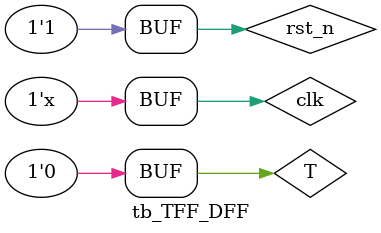
<source format=sv>
module sim;

    initial begin
        $dumpfile("dump.vcd");
        $dumpvars;
        #50
        $finish;
    end

endmodule

module tb_TFF_DFF;

    reg T, clk, rst_n;
    wire Q;

    TFF_DFF tff(.t(T), .clk(clk), .rst_n(rst_n), .q(Q));

    always #5 clk = ~clk;

    initial begin
        clk = 1'b0;
        rst_n = 1'b1;
        T = 1'b0;
        #8
        rst_n = 1'b0;
        #5
        rst_n = 1'b1;
        #20
        T = 1'b1;
        #50
        T = 1'b0;
    end

endmodule
</source>
